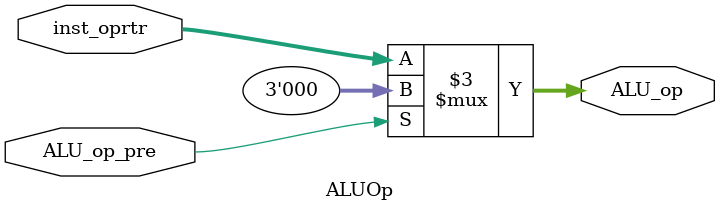
<source format=v>
module ALUOp (
  input            ALU_op_pre,
  input      [2:0] inst_oprtr,
  output reg [2:0] ALU_op
);

always @(*) begin
  if (ALU_op_pre) begin
    ALU_op = 3'b000;
  end
  else begin
    ALU_op = inst_oprtr;
  end
end
 
endmodule
</source>
